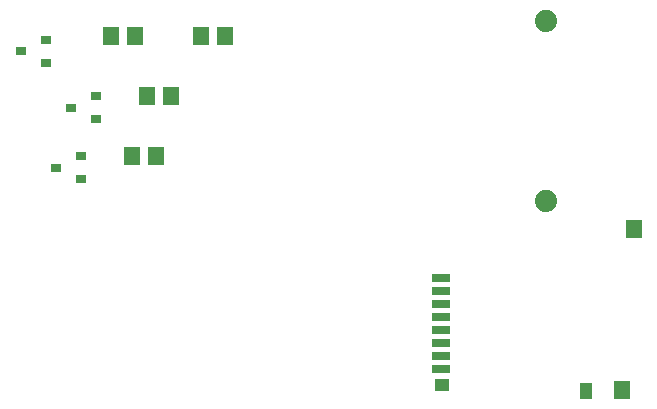
<source format=gtp>
G04 MADE WITH FRITZING*
G04 WWW.FRITZING.ORG*
G04 DOUBLE SIDED*
G04 HOLES PLATED*
G04 CONTOUR ON CENTER OF CONTOUR VECTOR*
%ASAXBY*%
%FSLAX23Y23*%
%MOIN*%
%OFA0B0*%
%SFA1.0B1.0*%
%ADD10C,0.074000*%
%ADD11R,0.035433X0.031496*%
%ADD12R,0.055118X0.059055*%
%ADD13R,0.053150X0.059055*%
%ADD14R,0.051181X0.039370*%
%ADD15R,0.059055X0.029528*%
%ADD16R,0.001000X0.001000*%
%LNPASTEMASK1*%
G90*
G70*
G54D10*
X2210Y660D03*
X2210Y1260D03*
G54D11*
X710Y935D03*
X710Y1010D03*
X627Y972D03*
X543Y1122D03*
X543Y1197D03*
X460Y1160D03*
X660Y735D03*
X660Y810D03*
X577Y772D03*
G54D12*
X829Y810D03*
X910Y810D03*
X879Y1010D03*
X960Y1010D03*
X1060Y1210D03*
X1141Y1210D03*
X760Y1210D03*
X841Y1210D03*
G54D13*
X2463Y30D03*
X2503Y567D03*
G54D14*
X1862Y47D03*
G54D15*
X1860Y100D03*
X1860Y143D03*
X1860Y186D03*
X1860Y230D03*
X1860Y273D03*
X1860Y316D03*
X1860Y360D03*
X1860Y403D03*
G54D16*
X2325Y53D02*
X2362Y53D01*
X2324Y52D02*
X2363Y52D01*
X2324Y51D02*
X2363Y51D01*
X2324Y50D02*
X2363Y50D01*
X2324Y49D02*
X2363Y49D01*
X2324Y48D02*
X2363Y48D01*
X2324Y47D02*
X2363Y47D01*
X2324Y46D02*
X2363Y46D01*
X2324Y45D02*
X2363Y45D01*
X2324Y44D02*
X2363Y44D01*
X2324Y43D02*
X2363Y43D01*
X2324Y42D02*
X2363Y42D01*
X2324Y41D02*
X2363Y41D01*
X2324Y40D02*
X2363Y40D01*
X2324Y39D02*
X2363Y39D01*
X2324Y38D02*
X2363Y38D01*
X2324Y37D02*
X2363Y37D01*
X2324Y36D02*
X2363Y36D01*
X2324Y35D02*
X2363Y35D01*
X2324Y34D02*
X2363Y34D01*
X2324Y33D02*
X2363Y33D01*
X2324Y32D02*
X2363Y32D01*
X2324Y31D02*
X2363Y31D01*
X2324Y30D02*
X2363Y30D01*
X2324Y29D02*
X2363Y29D01*
X2324Y28D02*
X2363Y28D01*
X2324Y27D02*
X2363Y27D01*
X2324Y26D02*
X2363Y26D01*
X2324Y25D02*
X2363Y25D01*
X2324Y24D02*
X2363Y24D01*
X2324Y23D02*
X2363Y23D01*
X2324Y22D02*
X2363Y22D01*
X2324Y21D02*
X2363Y21D01*
X2324Y20D02*
X2363Y20D01*
X2324Y19D02*
X2363Y19D01*
X2324Y18D02*
X2363Y18D01*
X2324Y17D02*
X2363Y17D01*
X2324Y16D02*
X2363Y16D01*
X2324Y15D02*
X2363Y15D01*
X2324Y14D02*
X2363Y14D01*
X2324Y13D02*
X2363Y13D01*
X2324Y12D02*
X2363Y12D01*
X2324Y11D02*
X2363Y11D01*
X2324Y10D02*
X2363Y10D01*
X2324Y9D02*
X2363Y9D01*
X2324Y8D02*
X2363Y8D01*
X2324Y7D02*
X2363Y7D01*
X2324Y6D02*
X2363Y6D01*
X2324Y5D02*
X2363Y5D01*
X2324Y4D02*
X2363Y4D01*
X2324Y3D02*
X2363Y3D01*
X2324Y2D02*
X2363Y2D01*
X2324Y1D02*
X2363Y1D01*
X2324Y0D02*
X2363Y0D01*
D02*
G04 End of PasteMask1*
M02*
</source>
